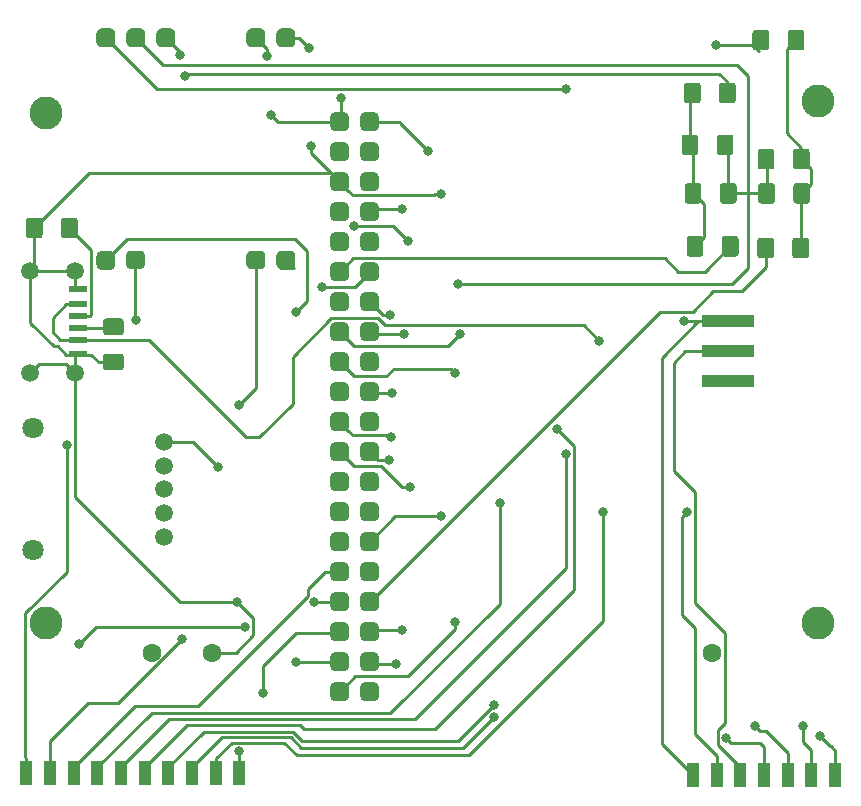
<source format=gbr>
G04 #@! TF.GenerationSoftware,KiCad,Pcbnew,5.1.9+dfsg1-1*
G04 #@! TF.CreationDate,2021-10-13T15:34:26+01:00*
G04 #@! TF.ProjectId,gbc_retrozero_screen_rev_b,6762635f-7265-4747-926f-7a65726f5f73,rev?*
G04 #@! TF.SameCoordinates,Original*
G04 #@! TF.FileFunction,Copper,L2,Bot*
G04 #@! TF.FilePolarity,Positive*
%FSLAX46Y46*%
G04 Gerber Fmt 4.6, Leading zero omitted, Abs format (unit mm)*
G04 Created by KiCad (PCBNEW 5.1.9+dfsg1-1) date 2021-10-13 15:34:26*
%MOMM*%
%LPD*%
G01*
G04 APERTURE LIST*
G04 #@! TA.AperFunction,ComponentPad*
%ADD10C,2.800000*%
G04 #@! TD*
G04 #@! TA.AperFunction,SMDPad,CuDef*
%ADD11R,4.500000X1.000000*%
G04 #@! TD*
G04 #@! TA.AperFunction,ComponentPad*
%ADD12C,1.500000*%
G04 #@! TD*
G04 #@! TA.AperFunction,ComponentPad*
%ADD13C,1.800000*%
G04 #@! TD*
G04 #@! TA.AperFunction,SMDPad,CuDef*
%ADD14R,1.500000X0.500000*%
G04 #@! TD*
G04 #@! TA.AperFunction,SMDPad,CuDef*
%ADD15R,1.500000X0.600000*%
G04 #@! TD*
G04 #@! TA.AperFunction,SMDPad,CuDef*
%ADD16R,1.000000X2.000000*%
G04 #@! TD*
G04 #@! TA.AperFunction,ComponentPad*
%ADD17C,1.600000*%
G04 #@! TD*
G04 #@! TA.AperFunction,ViaPad*
%ADD18C,0.800000*%
G04 #@! TD*
G04 #@! TA.AperFunction,Conductor*
%ADD19C,0.250000*%
G04 #@! TD*
G04 APERTURE END LIST*
G04 #@! TA.AperFunction,SMDPad,CuDef*
G36*
G01*
X57820000Y-56250000D02*
X57820000Y-55450000D01*
G75*
G02*
X58220000Y-55050000I400000J0D01*
G01*
X59020000Y-55050000D01*
G75*
G02*
X59420000Y-55450000I0J-400000D01*
G01*
X59420000Y-56250000D01*
G75*
G02*
X59020000Y-56650000I-400000J0D01*
G01*
X58220000Y-56650000D01*
G75*
G02*
X57820000Y-56250000I0J400000D01*
G01*
G37*
G04 #@! TD.AperFunction*
G04 #@! TA.AperFunction,SMDPad,CuDef*
G36*
G01*
X60360000Y-56250000D02*
X60360000Y-55450000D01*
G75*
G02*
X60760000Y-55050000I400000J0D01*
G01*
X61560000Y-55050000D01*
G75*
G02*
X61960000Y-55450000I0J-400000D01*
G01*
X61960000Y-56250000D01*
G75*
G02*
X61560000Y-56650000I-400000J0D01*
G01*
X60760000Y-56650000D01*
G75*
G02*
X60360000Y-56250000I0J400000D01*
G01*
G37*
G04 #@! TD.AperFunction*
G04 #@! TA.AperFunction,SMDPad,CuDef*
G36*
G01*
X62900000Y-56250000D02*
X62900000Y-55450000D01*
G75*
G02*
X63300000Y-55050000I400000J0D01*
G01*
X64100000Y-55050000D01*
G75*
G02*
X64500000Y-55450000I0J-400000D01*
G01*
X64500000Y-56250000D01*
G75*
G02*
X64100000Y-56650000I-400000J0D01*
G01*
X63300000Y-56650000D01*
G75*
G02*
X62900000Y-56250000I0J400000D01*
G01*
G37*
G04 #@! TD.AperFunction*
G04 #@! TA.AperFunction,SMDPad,CuDef*
G36*
G01*
X70520000Y-56250000D02*
X70520000Y-55450000D01*
G75*
G02*
X70920000Y-55050000I400000J0D01*
G01*
X71720000Y-55050000D01*
G75*
G02*
X72120000Y-55450000I0J-400000D01*
G01*
X72120000Y-56250000D01*
G75*
G02*
X71720000Y-56650000I-400000J0D01*
G01*
X70920000Y-56650000D01*
G75*
G02*
X70520000Y-56250000I0J400000D01*
G01*
G37*
G04 #@! TD.AperFunction*
G04 #@! TA.AperFunction,SMDPad,CuDef*
G36*
G01*
X73060000Y-56250000D02*
X73060000Y-55450000D01*
G75*
G02*
X73460000Y-55050000I400000J0D01*
G01*
X74260000Y-55050000D01*
G75*
G02*
X74660000Y-55450000I0J-400000D01*
G01*
X74660000Y-56250000D01*
G75*
G02*
X74260000Y-56650000I-400000J0D01*
G01*
X73460000Y-56650000D01*
G75*
G02*
X73060000Y-56250000I0J400000D01*
G01*
G37*
G04 #@! TD.AperFunction*
G04 #@! TA.AperFunction,SMDPad,CuDef*
G36*
G01*
X57820000Y-75096800D02*
X57820000Y-74296800D01*
G75*
G02*
X58220000Y-73896800I400000J0D01*
G01*
X59020000Y-73896800D01*
G75*
G02*
X59420000Y-74296800I0J-400000D01*
G01*
X59420000Y-75096800D01*
G75*
G02*
X59020000Y-75496800I-400000J0D01*
G01*
X58220000Y-75496800D01*
G75*
G02*
X57820000Y-75096800I0J400000D01*
G01*
G37*
G04 #@! TD.AperFunction*
G04 #@! TA.AperFunction,SMDPad,CuDef*
G36*
G01*
X60321900Y-75058700D02*
X60321900Y-74258700D01*
G75*
G02*
X60721900Y-73858700I400000J0D01*
G01*
X61521900Y-73858700D01*
G75*
G02*
X61921900Y-74258700I0J-400000D01*
G01*
X61921900Y-75058700D01*
G75*
G02*
X61521900Y-75458700I-400000J0D01*
G01*
X60721900Y-75458700D01*
G75*
G02*
X60321900Y-75058700I0J400000D01*
G01*
G37*
G04 #@! TD.AperFunction*
G04 #@! TA.AperFunction,SMDPad,CuDef*
G36*
G01*
X70520000Y-75058700D02*
X70520000Y-74258700D01*
G75*
G02*
X70920000Y-73858700I400000J0D01*
G01*
X71720000Y-73858700D01*
G75*
G02*
X72120000Y-74258700I0J-400000D01*
G01*
X72120000Y-75058700D01*
G75*
G02*
X71720000Y-75458700I-400000J0D01*
G01*
X70920000Y-75458700D01*
G75*
G02*
X70520000Y-75058700I0J400000D01*
G01*
G37*
G04 #@! TD.AperFunction*
G04 #@! TA.AperFunction,SMDPad,CuDef*
G36*
G01*
X73060000Y-75058700D02*
X73060000Y-74258700D01*
G75*
G02*
X73460000Y-73858700I400000J0D01*
G01*
X74260000Y-73858700D01*
G75*
G02*
X74660000Y-74258700I0J-400000D01*
G01*
X74660000Y-75058700D01*
G75*
G02*
X74260000Y-75458700I-400000J0D01*
G01*
X73460000Y-75458700D01*
G75*
G02*
X73060000Y-75058700I0J400000D01*
G01*
G37*
G04 #@! TD.AperFunction*
G04 #@! TA.AperFunction,SMDPad,CuDef*
G36*
G01*
X80540000Y-62150000D02*
X81340000Y-62150000D01*
G75*
G02*
X81740000Y-62550000I0J-400000D01*
G01*
X81740000Y-63350000D01*
G75*
G02*
X81340000Y-63750000I-400000J0D01*
G01*
X80540000Y-63750000D01*
G75*
G02*
X80140000Y-63350000I0J400000D01*
G01*
X80140000Y-62550000D01*
G75*
G02*
X80540000Y-62150000I400000J0D01*
G01*
G37*
G04 #@! TD.AperFunction*
G04 #@! TA.AperFunction,SMDPad,CuDef*
G36*
G01*
X78000000Y-62150000D02*
X78800000Y-62150000D01*
G75*
G02*
X79200000Y-62550000I0J-400000D01*
G01*
X79200000Y-63350000D01*
G75*
G02*
X78800000Y-63750000I-400000J0D01*
G01*
X78000000Y-63750000D01*
G75*
G02*
X77600000Y-63350000I0J400000D01*
G01*
X77600000Y-62550000D01*
G75*
G02*
X78000000Y-62150000I400000J0D01*
G01*
G37*
G04 #@! TD.AperFunction*
G04 #@! TA.AperFunction,SMDPad,CuDef*
G36*
G01*
X80540000Y-64690000D02*
X81340000Y-64690000D01*
G75*
G02*
X81740000Y-65090000I0J-400000D01*
G01*
X81740000Y-65890000D01*
G75*
G02*
X81340000Y-66290000I-400000J0D01*
G01*
X80540000Y-66290000D01*
G75*
G02*
X80140000Y-65890000I0J400000D01*
G01*
X80140000Y-65090000D01*
G75*
G02*
X80540000Y-64690000I400000J0D01*
G01*
G37*
G04 #@! TD.AperFunction*
G04 #@! TA.AperFunction,SMDPad,CuDef*
G36*
G01*
X78000000Y-64690000D02*
X78800000Y-64690000D01*
G75*
G02*
X79200000Y-65090000I0J-400000D01*
G01*
X79200000Y-65890000D01*
G75*
G02*
X78800000Y-66290000I-400000J0D01*
G01*
X78000000Y-66290000D01*
G75*
G02*
X77600000Y-65890000I0J400000D01*
G01*
X77600000Y-65090000D01*
G75*
G02*
X78000000Y-64690000I400000J0D01*
G01*
G37*
G04 #@! TD.AperFunction*
G04 #@! TA.AperFunction,SMDPad,CuDef*
G36*
G01*
X80540000Y-67230000D02*
X81340000Y-67230000D01*
G75*
G02*
X81740000Y-67630000I0J-400000D01*
G01*
X81740000Y-68430000D01*
G75*
G02*
X81340000Y-68830000I-400000J0D01*
G01*
X80540000Y-68830000D01*
G75*
G02*
X80140000Y-68430000I0J400000D01*
G01*
X80140000Y-67630000D01*
G75*
G02*
X80540000Y-67230000I400000J0D01*
G01*
G37*
G04 #@! TD.AperFunction*
G04 #@! TA.AperFunction,SMDPad,CuDef*
G36*
G01*
X78000000Y-67230000D02*
X78800000Y-67230000D01*
G75*
G02*
X79200000Y-67630000I0J-400000D01*
G01*
X79200000Y-68430000D01*
G75*
G02*
X78800000Y-68830000I-400000J0D01*
G01*
X78000000Y-68830000D01*
G75*
G02*
X77600000Y-68430000I0J400000D01*
G01*
X77600000Y-67630000D01*
G75*
G02*
X78000000Y-67230000I400000J0D01*
G01*
G37*
G04 #@! TD.AperFunction*
G04 #@! TA.AperFunction,SMDPad,CuDef*
G36*
G01*
X80540000Y-69770000D02*
X81340000Y-69770000D01*
G75*
G02*
X81740000Y-70170000I0J-400000D01*
G01*
X81740000Y-70970000D01*
G75*
G02*
X81340000Y-71370000I-400000J0D01*
G01*
X80540000Y-71370000D01*
G75*
G02*
X80140000Y-70970000I0J400000D01*
G01*
X80140000Y-70170000D01*
G75*
G02*
X80540000Y-69770000I400000J0D01*
G01*
G37*
G04 #@! TD.AperFunction*
G04 #@! TA.AperFunction,SMDPad,CuDef*
G36*
G01*
X78000000Y-69770000D02*
X78800000Y-69770000D01*
G75*
G02*
X79200000Y-70170000I0J-400000D01*
G01*
X79200000Y-70970000D01*
G75*
G02*
X78800000Y-71370000I-400000J0D01*
G01*
X78000000Y-71370000D01*
G75*
G02*
X77600000Y-70970000I0J400000D01*
G01*
X77600000Y-70170000D01*
G75*
G02*
X78000000Y-69770000I400000J0D01*
G01*
G37*
G04 #@! TD.AperFunction*
G04 #@! TA.AperFunction,SMDPad,CuDef*
G36*
G01*
X80540000Y-72310000D02*
X81340000Y-72310000D01*
G75*
G02*
X81740000Y-72710000I0J-400000D01*
G01*
X81740000Y-73510000D01*
G75*
G02*
X81340000Y-73910000I-400000J0D01*
G01*
X80540000Y-73910000D01*
G75*
G02*
X80140000Y-73510000I0J400000D01*
G01*
X80140000Y-72710000D01*
G75*
G02*
X80540000Y-72310000I400000J0D01*
G01*
G37*
G04 #@! TD.AperFunction*
G04 #@! TA.AperFunction,SMDPad,CuDef*
G36*
G01*
X78000000Y-72310000D02*
X78800000Y-72310000D01*
G75*
G02*
X79200000Y-72710000I0J-400000D01*
G01*
X79200000Y-73510000D01*
G75*
G02*
X78800000Y-73910000I-400000J0D01*
G01*
X78000000Y-73910000D01*
G75*
G02*
X77600000Y-73510000I0J400000D01*
G01*
X77600000Y-72710000D01*
G75*
G02*
X78000000Y-72310000I400000J0D01*
G01*
G37*
G04 #@! TD.AperFunction*
G04 #@! TA.AperFunction,SMDPad,CuDef*
G36*
G01*
X80540000Y-74850000D02*
X81340000Y-74850000D01*
G75*
G02*
X81740000Y-75250000I0J-400000D01*
G01*
X81740000Y-76050000D01*
G75*
G02*
X81340000Y-76450000I-400000J0D01*
G01*
X80540000Y-76450000D01*
G75*
G02*
X80140000Y-76050000I0J400000D01*
G01*
X80140000Y-75250000D01*
G75*
G02*
X80540000Y-74850000I400000J0D01*
G01*
G37*
G04 #@! TD.AperFunction*
G04 #@! TA.AperFunction,SMDPad,CuDef*
G36*
G01*
X78000000Y-74850000D02*
X78800000Y-74850000D01*
G75*
G02*
X79200000Y-75250000I0J-400000D01*
G01*
X79200000Y-76050000D01*
G75*
G02*
X78800000Y-76450000I-400000J0D01*
G01*
X78000000Y-76450000D01*
G75*
G02*
X77600000Y-76050000I0J400000D01*
G01*
X77600000Y-75250000D01*
G75*
G02*
X78000000Y-74850000I400000J0D01*
G01*
G37*
G04 #@! TD.AperFunction*
G04 #@! TA.AperFunction,SMDPad,CuDef*
G36*
G01*
X80540000Y-77390000D02*
X81340000Y-77390000D01*
G75*
G02*
X81740000Y-77790000I0J-400000D01*
G01*
X81740000Y-78590000D01*
G75*
G02*
X81340000Y-78990000I-400000J0D01*
G01*
X80540000Y-78990000D01*
G75*
G02*
X80140000Y-78590000I0J400000D01*
G01*
X80140000Y-77790000D01*
G75*
G02*
X80540000Y-77390000I400000J0D01*
G01*
G37*
G04 #@! TD.AperFunction*
G04 #@! TA.AperFunction,SMDPad,CuDef*
G36*
G01*
X78000000Y-77390000D02*
X78800000Y-77390000D01*
G75*
G02*
X79200000Y-77790000I0J-400000D01*
G01*
X79200000Y-78590000D01*
G75*
G02*
X78800000Y-78990000I-400000J0D01*
G01*
X78000000Y-78990000D01*
G75*
G02*
X77600000Y-78590000I0J400000D01*
G01*
X77600000Y-77790000D01*
G75*
G02*
X78000000Y-77390000I400000J0D01*
G01*
G37*
G04 #@! TD.AperFunction*
G04 #@! TA.AperFunction,SMDPad,CuDef*
G36*
G01*
X80540000Y-79930000D02*
X81340000Y-79930000D01*
G75*
G02*
X81740000Y-80330000I0J-400000D01*
G01*
X81740000Y-81130000D01*
G75*
G02*
X81340000Y-81530000I-400000J0D01*
G01*
X80540000Y-81530000D01*
G75*
G02*
X80140000Y-81130000I0J400000D01*
G01*
X80140000Y-80330000D01*
G75*
G02*
X80540000Y-79930000I400000J0D01*
G01*
G37*
G04 #@! TD.AperFunction*
G04 #@! TA.AperFunction,SMDPad,CuDef*
G36*
G01*
X78000000Y-79930000D02*
X78800000Y-79930000D01*
G75*
G02*
X79200000Y-80330000I0J-400000D01*
G01*
X79200000Y-81130000D01*
G75*
G02*
X78800000Y-81530000I-400000J0D01*
G01*
X78000000Y-81530000D01*
G75*
G02*
X77600000Y-81130000I0J400000D01*
G01*
X77600000Y-80330000D01*
G75*
G02*
X78000000Y-79930000I400000J0D01*
G01*
G37*
G04 #@! TD.AperFunction*
G04 #@! TA.AperFunction,SMDPad,CuDef*
G36*
G01*
X80540000Y-82470000D02*
X81340000Y-82470000D01*
G75*
G02*
X81740000Y-82870000I0J-400000D01*
G01*
X81740000Y-83670000D01*
G75*
G02*
X81340000Y-84070000I-400000J0D01*
G01*
X80540000Y-84070000D01*
G75*
G02*
X80140000Y-83670000I0J400000D01*
G01*
X80140000Y-82870000D01*
G75*
G02*
X80540000Y-82470000I400000J0D01*
G01*
G37*
G04 #@! TD.AperFunction*
G04 #@! TA.AperFunction,SMDPad,CuDef*
G36*
G01*
X78000000Y-82470000D02*
X78800000Y-82470000D01*
G75*
G02*
X79200000Y-82870000I0J-400000D01*
G01*
X79200000Y-83670000D01*
G75*
G02*
X78800000Y-84070000I-400000J0D01*
G01*
X78000000Y-84070000D01*
G75*
G02*
X77600000Y-83670000I0J400000D01*
G01*
X77600000Y-82870000D01*
G75*
G02*
X78000000Y-82470000I400000J0D01*
G01*
G37*
G04 #@! TD.AperFunction*
G04 #@! TA.AperFunction,SMDPad,CuDef*
G36*
G01*
X80540000Y-85010000D02*
X81340000Y-85010000D01*
G75*
G02*
X81740000Y-85410000I0J-400000D01*
G01*
X81740000Y-86210000D01*
G75*
G02*
X81340000Y-86610000I-400000J0D01*
G01*
X80540000Y-86610000D01*
G75*
G02*
X80140000Y-86210000I0J400000D01*
G01*
X80140000Y-85410000D01*
G75*
G02*
X80540000Y-85010000I400000J0D01*
G01*
G37*
G04 #@! TD.AperFunction*
G04 #@! TA.AperFunction,SMDPad,CuDef*
G36*
G01*
X78000000Y-85010000D02*
X78800000Y-85010000D01*
G75*
G02*
X79200000Y-85410000I0J-400000D01*
G01*
X79200000Y-86210000D01*
G75*
G02*
X78800000Y-86610000I-400000J0D01*
G01*
X78000000Y-86610000D01*
G75*
G02*
X77600000Y-86210000I0J400000D01*
G01*
X77600000Y-85410000D01*
G75*
G02*
X78000000Y-85010000I400000J0D01*
G01*
G37*
G04 #@! TD.AperFunction*
G04 #@! TA.AperFunction,SMDPad,CuDef*
G36*
G01*
X80540000Y-87550000D02*
X81340000Y-87550000D01*
G75*
G02*
X81740000Y-87950000I0J-400000D01*
G01*
X81740000Y-88750000D01*
G75*
G02*
X81340000Y-89150000I-400000J0D01*
G01*
X80540000Y-89150000D01*
G75*
G02*
X80140000Y-88750000I0J400000D01*
G01*
X80140000Y-87950000D01*
G75*
G02*
X80540000Y-87550000I400000J0D01*
G01*
G37*
G04 #@! TD.AperFunction*
G04 #@! TA.AperFunction,SMDPad,CuDef*
G36*
G01*
X78000000Y-87550000D02*
X78800000Y-87550000D01*
G75*
G02*
X79200000Y-87950000I0J-400000D01*
G01*
X79200000Y-88750000D01*
G75*
G02*
X78800000Y-89150000I-400000J0D01*
G01*
X78000000Y-89150000D01*
G75*
G02*
X77600000Y-88750000I0J400000D01*
G01*
X77600000Y-87950000D01*
G75*
G02*
X78000000Y-87550000I400000J0D01*
G01*
G37*
G04 #@! TD.AperFunction*
G04 #@! TA.AperFunction,SMDPad,CuDef*
G36*
G01*
X80540000Y-90090000D02*
X81340000Y-90090000D01*
G75*
G02*
X81740000Y-90490000I0J-400000D01*
G01*
X81740000Y-91290000D01*
G75*
G02*
X81340000Y-91690000I-400000J0D01*
G01*
X80540000Y-91690000D01*
G75*
G02*
X80140000Y-91290000I0J400000D01*
G01*
X80140000Y-90490000D01*
G75*
G02*
X80540000Y-90090000I400000J0D01*
G01*
G37*
G04 #@! TD.AperFunction*
G04 #@! TA.AperFunction,SMDPad,CuDef*
G36*
G01*
X78000000Y-90090000D02*
X78800000Y-90090000D01*
G75*
G02*
X79200000Y-90490000I0J-400000D01*
G01*
X79200000Y-91290000D01*
G75*
G02*
X78800000Y-91690000I-400000J0D01*
G01*
X78000000Y-91690000D01*
G75*
G02*
X77600000Y-91290000I0J400000D01*
G01*
X77600000Y-90490000D01*
G75*
G02*
X78000000Y-90090000I400000J0D01*
G01*
G37*
G04 #@! TD.AperFunction*
G04 #@! TA.AperFunction,SMDPad,CuDef*
G36*
G01*
X80540000Y-92630000D02*
X81340000Y-92630000D01*
G75*
G02*
X81740000Y-93030000I0J-400000D01*
G01*
X81740000Y-93830000D01*
G75*
G02*
X81340000Y-94230000I-400000J0D01*
G01*
X80540000Y-94230000D01*
G75*
G02*
X80140000Y-93830000I0J400000D01*
G01*
X80140000Y-93030000D01*
G75*
G02*
X80540000Y-92630000I400000J0D01*
G01*
G37*
G04 #@! TD.AperFunction*
G04 #@! TA.AperFunction,SMDPad,CuDef*
G36*
G01*
X78000000Y-92630000D02*
X78800000Y-92630000D01*
G75*
G02*
X79200000Y-93030000I0J-400000D01*
G01*
X79200000Y-93830000D01*
G75*
G02*
X78800000Y-94230000I-400000J0D01*
G01*
X78000000Y-94230000D01*
G75*
G02*
X77600000Y-93830000I0J400000D01*
G01*
X77600000Y-93030000D01*
G75*
G02*
X78000000Y-92630000I400000J0D01*
G01*
G37*
G04 #@! TD.AperFunction*
G04 #@! TA.AperFunction,SMDPad,CuDef*
G36*
G01*
X80540000Y-95170000D02*
X81340000Y-95170000D01*
G75*
G02*
X81740000Y-95570000I0J-400000D01*
G01*
X81740000Y-96370000D01*
G75*
G02*
X81340000Y-96770000I-400000J0D01*
G01*
X80540000Y-96770000D01*
G75*
G02*
X80140000Y-96370000I0J400000D01*
G01*
X80140000Y-95570000D01*
G75*
G02*
X80540000Y-95170000I400000J0D01*
G01*
G37*
G04 #@! TD.AperFunction*
G04 #@! TA.AperFunction,SMDPad,CuDef*
G36*
G01*
X78000000Y-95170000D02*
X78800000Y-95170000D01*
G75*
G02*
X79200000Y-95570000I0J-400000D01*
G01*
X79200000Y-96370000D01*
G75*
G02*
X78800000Y-96770000I-400000J0D01*
G01*
X78000000Y-96770000D01*
G75*
G02*
X77600000Y-96370000I0J400000D01*
G01*
X77600000Y-95570000D01*
G75*
G02*
X78000000Y-95170000I400000J0D01*
G01*
G37*
G04 #@! TD.AperFunction*
G04 #@! TA.AperFunction,SMDPad,CuDef*
G36*
G01*
X80540000Y-97710000D02*
X81340000Y-97710000D01*
G75*
G02*
X81740000Y-98110000I0J-400000D01*
G01*
X81740000Y-98910000D01*
G75*
G02*
X81340000Y-99310000I-400000J0D01*
G01*
X80540000Y-99310000D01*
G75*
G02*
X80140000Y-98910000I0J400000D01*
G01*
X80140000Y-98110000D01*
G75*
G02*
X80540000Y-97710000I400000J0D01*
G01*
G37*
G04 #@! TD.AperFunction*
G04 #@! TA.AperFunction,SMDPad,CuDef*
G36*
G01*
X78000000Y-97710000D02*
X78800000Y-97710000D01*
G75*
G02*
X79200000Y-98110000I0J-400000D01*
G01*
X79200000Y-98910000D01*
G75*
G02*
X78800000Y-99310000I-400000J0D01*
G01*
X78000000Y-99310000D01*
G75*
G02*
X77600000Y-98910000I0J400000D01*
G01*
X77600000Y-98110000D01*
G75*
G02*
X78000000Y-97710000I400000J0D01*
G01*
G37*
G04 #@! TD.AperFunction*
G04 #@! TA.AperFunction,SMDPad,CuDef*
G36*
G01*
X80540000Y-100250000D02*
X81340000Y-100250000D01*
G75*
G02*
X81740000Y-100650000I0J-400000D01*
G01*
X81740000Y-101450000D01*
G75*
G02*
X81340000Y-101850000I-400000J0D01*
G01*
X80540000Y-101850000D01*
G75*
G02*
X80140000Y-101450000I0J400000D01*
G01*
X80140000Y-100650000D01*
G75*
G02*
X80540000Y-100250000I400000J0D01*
G01*
G37*
G04 #@! TD.AperFunction*
G04 #@! TA.AperFunction,SMDPad,CuDef*
G36*
G01*
X78000000Y-100250000D02*
X78800000Y-100250000D01*
G75*
G02*
X79200000Y-100650000I0J-400000D01*
G01*
X79200000Y-101450000D01*
G75*
G02*
X78800000Y-101850000I-400000J0D01*
G01*
X78000000Y-101850000D01*
G75*
G02*
X77600000Y-101450000I0J400000D01*
G01*
X77600000Y-100650000D01*
G75*
G02*
X78000000Y-100250000I400000J0D01*
G01*
G37*
G04 #@! TD.AperFunction*
G04 #@! TA.AperFunction,SMDPad,CuDef*
G36*
G01*
X80540000Y-102790000D02*
X81340000Y-102790000D01*
G75*
G02*
X81740000Y-103190000I0J-400000D01*
G01*
X81740000Y-103990000D01*
G75*
G02*
X81340000Y-104390000I-400000J0D01*
G01*
X80540000Y-104390000D01*
G75*
G02*
X80140000Y-103990000I0J400000D01*
G01*
X80140000Y-103190000D01*
G75*
G02*
X80540000Y-102790000I400000J0D01*
G01*
G37*
G04 #@! TD.AperFunction*
G04 #@! TA.AperFunction,SMDPad,CuDef*
G36*
G01*
X78000000Y-102790000D02*
X78800000Y-102790000D01*
G75*
G02*
X79200000Y-103190000I0J-400000D01*
G01*
X79200000Y-103990000D01*
G75*
G02*
X78800000Y-104390000I-400000J0D01*
G01*
X78000000Y-104390000D01*
G75*
G02*
X77600000Y-103990000I0J400000D01*
G01*
X77600000Y-103190000D01*
G75*
G02*
X78000000Y-102790000I400000J0D01*
G01*
G37*
G04 #@! TD.AperFunction*
G04 #@! TA.AperFunction,SMDPad,CuDef*
G36*
G01*
X80540000Y-105330000D02*
X81340000Y-105330000D01*
G75*
G02*
X81740000Y-105730000I0J-400000D01*
G01*
X81740000Y-106530000D01*
G75*
G02*
X81340000Y-106930000I-400000J0D01*
G01*
X80540000Y-106930000D01*
G75*
G02*
X80140000Y-106530000I0J400000D01*
G01*
X80140000Y-105730000D01*
G75*
G02*
X80540000Y-105330000I400000J0D01*
G01*
G37*
G04 #@! TD.AperFunction*
G04 #@! TA.AperFunction,SMDPad,CuDef*
G36*
G01*
X78000000Y-105330000D02*
X78800000Y-105330000D01*
G75*
G02*
X79200000Y-105730000I0J-400000D01*
G01*
X79200000Y-106530000D01*
G75*
G02*
X78800000Y-106930000I-400000J0D01*
G01*
X78000000Y-106930000D01*
G75*
G02*
X77600000Y-106530000I0J400000D01*
G01*
X77600000Y-105730000D01*
G75*
G02*
X78000000Y-105330000I400000J0D01*
G01*
G37*
G04 #@! TD.AperFunction*
G04 #@! TA.AperFunction,SMDPad,CuDef*
G36*
G01*
X80540000Y-107870000D02*
X81340000Y-107870000D01*
G75*
G02*
X81740000Y-108270000I0J-400000D01*
G01*
X81740000Y-109070000D01*
G75*
G02*
X81340000Y-109470000I-400000J0D01*
G01*
X80540000Y-109470000D01*
G75*
G02*
X80140000Y-109070000I0J400000D01*
G01*
X80140000Y-108270000D01*
G75*
G02*
X80540000Y-107870000I400000J0D01*
G01*
G37*
G04 #@! TD.AperFunction*
G04 #@! TA.AperFunction,SMDPad,CuDef*
G36*
G01*
X78000000Y-107870000D02*
X78800000Y-107870000D01*
G75*
G02*
X79200000Y-108270000I0J-400000D01*
G01*
X79200000Y-109070000D01*
G75*
G02*
X78800000Y-109470000I-400000J0D01*
G01*
X78000000Y-109470000D01*
G75*
G02*
X77600000Y-109070000I0J400000D01*
G01*
X77600000Y-108270000D01*
G75*
G02*
X78000000Y-107870000I400000J0D01*
G01*
G37*
G04 #@! TD.AperFunction*
G04 #@! TA.AperFunction,SMDPad,CuDef*
G36*
G01*
X80540000Y-110410000D02*
X81340000Y-110410000D01*
G75*
G02*
X81740000Y-110810000I0J-400000D01*
G01*
X81740000Y-111610000D01*
G75*
G02*
X81340000Y-112010000I-400000J0D01*
G01*
X80540000Y-112010000D01*
G75*
G02*
X80140000Y-111610000I0J400000D01*
G01*
X80140000Y-110810000D01*
G75*
G02*
X80540000Y-110410000I400000J0D01*
G01*
G37*
G04 #@! TD.AperFunction*
G04 #@! TA.AperFunction,SMDPad,CuDef*
G36*
G01*
X78000000Y-110410000D02*
X78800000Y-110410000D01*
G75*
G02*
X79200000Y-110810000I0J-400000D01*
G01*
X79200000Y-111610000D01*
G75*
G02*
X78800000Y-112010000I-400000J0D01*
G01*
X78000000Y-112010000D01*
G75*
G02*
X77600000Y-111610000I0J400000D01*
G01*
X77600000Y-110810000D01*
G75*
G02*
X78000000Y-110410000I400000J0D01*
G01*
G37*
G04 #@! TD.AperFunction*
G04 #@! TA.AperFunction,SMDPad,CuDef*
G36*
G01*
X51827500Y-72575000D02*
X51827500Y-71325000D01*
G75*
G02*
X52077500Y-71075000I250000J0D01*
G01*
X53002500Y-71075000D01*
G75*
G02*
X53252500Y-71325000I0J-250000D01*
G01*
X53252500Y-72575000D01*
G75*
G02*
X53002500Y-72825000I-250000J0D01*
G01*
X52077500Y-72825000D01*
G75*
G02*
X51827500Y-72575000I0J250000D01*
G01*
G37*
G04 #@! TD.AperFunction*
G04 #@! TA.AperFunction,SMDPad,CuDef*
G36*
G01*
X54802500Y-72575000D02*
X54802500Y-71325000D01*
G75*
G02*
X55052500Y-71075000I250000J0D01*
G01*
X55977500Y-71075000D01*
G75*
G02*
X56227500Y-71325000I0J-250000D01*
G01*
X56227500Y-72575000D01*
G75*
G02*
X55977500Y-72825000I-250000J0D01*
G01*
X55052500Y-72825000D01*
G75*
G02*
X54802500Y-72575000I0J250000D01*
G01*
G37*
G04 #@! TD.AperFunction*
D10*
X53526280Y-105401680D03*
X118918580Y-61203140D03*
X53513580Y-62219140D03*
X118918580Y-105399140D03*
D11*
X111280800Y-82389280D03*
X111280800Y-79849280D03*
X111280800Y-84929280D03*
D12*
X63569440Y-90070240D03*
X63569440Y-92076840D03*
X63569440Y-94083440D03*
X63569440Y-96090040D03*
X63569440Y-98096640D03*
D13*
X52444240Y-99252340D03*
X52456940Y-88914540D03*
G04 #@! TA.AperFunction,SMDPad,CuDef*
G36*
G01*
X59875000Y-81037500D02*
X58625000Y-81037500D01*
G75*
G02*
X58375000Y-80787500I0J250000D01*
G01*
X58375000Y-79862500D01*
G75*
G02*
X58625000Y-79612500I250000J0D01*
G01*
X59875000Y-79612500D01*
G75*
G02*
X60125000Y-79862500I0J-250000D01*
G01*
X60125000Y-80787500D01*
G75*
G02*
X59875000Y-81037500I-250000J0D01*
G01*
G37*
G04 #@! TD.AperFunction*
G04 #@! TA.AperFunction,SMDPad,CuDef*
G36*
G01*
X59875000Y-84012500D02*
X58625000Y-84012500D01*
G75*
G02*
X58375000Y-83762500I0J250000D01*
G01*
X58375000Y-82837500D01*
G75*
G02*
X58625000Y-82587500I250000J0D01*
G01*
X59875000Y-82587500D01*
G75*
G02*
X60125000Y-82837500I0J-250000D01*
G01*
X60125000Y-83762500D01*
G75*
G02*
X59875000Y-84012500I-250000J0D01*
G01*
G37*
G04 #@! TD.AperFunction*
G04 #@! TA.AperFunction,SMDPad,CuDef*
G36*
G01*
X115267500Y-68395000D02*
X115267500Y-69645000D01*
G75*
G02*
X115017500Y-69895000I-250000J0D01*
G01*
X114092500Y-69895000D01*
G75*
G02*
X113842500Y-69645000I0J250000D01*
G01*
X113842500Y-68395000D01*
G75*
G02*
X114092500Y-68145000I250000J0D01*
G01*
X115017500Y-68145000D01*
G75*
G02*
X115267500Y-68395000I0J-250000D01*
G01*
G37*
G04 #@! TD.AperFunction*
G04 #@! TA.AperFunction,SMDPad,CuDef*
G36*
G01*
X118242500Y-68395000D02*
X118242500Y-69645000D01*
G75*
G02*
X117992500Y-69895000I-250000J0D01*
G01*
X117067500Y-69895000D01*
G75*
G02*
X116817500Y-69645000I0J250000D01*
G01*
X116817500Y-68395000D01*
G75*
G02*
X117067500Y-68145000I250000J0D01*
G01*
X117992500Y-68145000D01*
G75*
G02*
X118242500Y-68395000I0J-250000D01*
G01*
G37*
G04 #@! TD.AperFunction*
G04 #@! TA.AperFunction,SMDPad,CuDef*
G36*
G01*
X112017500Y-68395000D02*
X112017500Y-69645000D01*
G75*
G02*
X111767500Y-69895000I-250000J0D01*
G01*
X110842500Y-69895000D01*
G75*
G02*
X110592500Y-69645000I0J250000D01*
G01*
X110592500Y-68395000D01*
G75*
G02*
X110842500Y-68145000I250000J0D01*
G01*
X111767500Y-68145000D01*
G75*
G02*
X112017500Y-68395000I0J-250000D01*
G01*
G37*
G04 #@! TD.AperFunction*
G04 #@! TA.AperFunction,SMDPad,CuDef*
G36*
G01*
X109042500Y-68395000D02*
X109042500Y-69645000D01*
G75*
G02*
X108792500Y-69895000I-250000J0D01*
G01*
X107867500Y-69895000D01*
G75*
G02*
X107617500Y-69645000I0J250000D01*
G01*
X107617500Y-68395000D01*
G75*
G02*
X107867500Y-68145000I250000J0D01*
G01*
X108792500Y-68145000D01*
G75*
G02*
X109042500Y-68395000I0J-250000D01*
G01*
G37*
G04 #@! TD.AperFunction*
G04 #@! TA.AperFunction,SMDPad,CuDef*
G36*
G01*
X113357500Y-56665000D02*
X113357500Y-55415000D01*
G75*
G02*
X113607500Y-55165000I250000J0D01*
G01*
X114532500Y-55165000D01*
G75*
G02*
X114782500Y-55415000I0J-250000D01*
G01*
X114782500Y-56665000D01*
G75*
G02*
X114532500Y-56915000I-250000J0D01*
G01*
X113607500Y-56915000D01*
G75*
G02*
X113357500Y-56665000I0J250000D01*
G01*
G37*
G04 #@! TD.AperFunction*
G04 #@! TA.AperFunction,SMDPad,CuDef*
G36*
G01*
X116332500Y-56665000D02*
X116332500Y-55415000D01*
G75*
G02*
X116582500Y-55165000I250000J0D01*
G01*
X117507500Y-55165000D01*
G75*
G02*
X117757500Y-55415000I0J-250000D01*
G01*
X117757500Y-56665000D01*
G75*
G02*
X117507500Y-56915000I-250000J0D01*
G01*
X116582500Y-56915000D01*
G75*
G02*
X116332500Y-56665000I0J250000D01*
G01*
G37*
G04 #@! TD.AperFunction*
G04 #@! TA.AperFunction,SMDPad,CuDef*
G36*
G01*
X108972500Y-59895000D02*
X108972500Y-61145000D01*
G75*
G02*
X108722500Y-61395000I-250000J0D01*
G01*
X107797500Y-61395000D01*
G75*
G02*
X107547500Y-61145000I0J250000D01*
G01*
X107547500Y-59895000D01*
G75*
G02*
X107797500Y-59645000I250000J0D01*
G01*
X108722500Y-59645000D01*
G75*
G02*
X108972500Y-59895000I0J-250000D01*
G01*
G37*
G04 #@! TD.AperFunction*
G04 #@! TA.AperFunction,SMDPad,CuDef*
G36*
G01*
X111947500Y-59895000D02*
X111947500Y-61145000D01*
G75*
G02*
X111697500Y-61395000I-250000J0D01*
G01*
X110772500Y-61395000D01*
G75*
G02*
X110522500Y-61145000I0J250000D01*
G01*
X110522500Y-59895000D01*
G75*
G02*
X110772500Y-59645000I250000J0D01*
G01*
X111697500Y-59645000D01*
G75*
G02*
X111947500Y-59895000I0J-250000D01*
G01*
G37*
G04 #@! TD.AperFunction*
G04 #@! TA.AperFunction,SMDPad,CuDef*
G36*
G01*
X118162500Y-73025000D02*
X118162500Y-74275000D01*
G75*
G02*
X117912500Y-74525000I-250000J0D01*
G01*
X116987500Y-74525000D01*
G75*
G02*
X116737500Y-74275000I0J250000D01*
G01*
X116737500Y-73025000D01*
G75*
G02*
X116987500Y-72775000I250000J0D01*
G01*
X117912500Y-72775000D01*
G75*
G02*
X118162500Y-73025000I0J-250000D01*
G01*
G37*
G04 #@! TD.AperFunction*
G04 #@! TA.AperFunction,SMDPad,CuDef*
G36*
G01*
X115187500Y-73025000D02*
X115187500Y-74275000D01*
G75*
G02*
X114937500Y-74525000I-250000J0D01*
G01*
X114012500Y-74525000D01*
G75*
G02*
X113762500Y-74275000I0J250000D01*
G01*
X113762500Y-73025000D01*
G75*
G02*
X114012500Y-72775000I250000J0D01*
G01*
X114937500Y-72775000D01*
G75*
G02*
X115187500Y-73025000I0J-250000D01*
G01*
G37*
G04 #@! TD.AperFunction*
G04 #@! TA.AperFunction,SMDPad,CuDef*
G36*
G01*
X110752500Y-74125000D02*
X110752500Y-72875000D01*
G75*
G02*
X111002500Y-72625000I250000J0D01*
G01*
X111927500Y-72625000D01*
G75*
G02*
X112177500Y-72875000I0J-250000D01*
G01*
X112177500Y-74125000D01*
G75*
G02*
X111927500Y-74375000I-250000J0D01*
G01*
X111002500Y-74375000D01*
G75*
G02*
X110752500Y-74125000I0J250000D01*
G01*
G37*
G04 #@! TD.AperFunction*
G04 #@! TA.AperFunction,SMDPad,CuDef*
G36*
G01*
X107777500Y-74125000D02*
X107777500Y-72875000D01*
G75*
G02*
X108027500Y-72625000I250000J0D01*
G01*
X108952500Y-72625000D01*
G75*
G02*
X109202500Y-72875000I0J-250000D01*
G01*
X109202500Y-74125000D01*
G75*
G02*
X108952500Y-74375000I-250000J0D01*
G01*
X108027500Y-74375000D01*
G75*
G02*
X107777500Y-74125000I0J250000D01*
G01*
G37*
G04 #@! TD.AperFunction*
G04 #@! TA.AperFunction,SMDPad,CuDef*
G36*
G01*
X115217500Y-65485000D02*
X115217500Y-66735000D01*
G75*
G02*
X114967500Y-66985000I-250000J0D01*
G01*
X114042500Y-66985000D01*
G75*
G02*
X113792500Y-66735000I0J250000D01*
G01*
X113792500Y-65485000D01*
G75*
G02*
X114042500Y-65235000I250000J0D01*
G01*
X114967500Y-65235000D01*
G75*
G02*
X115217500Y-65485000I0J-250000D01*
G01*
G37*
G04 #@! TD.AperFunction*
G04 #@! TA.AperFunction,SMDPad,CuDef*
G36*
G01*
X118192500Y-65485000D02*
X118192500Y-66735000D01*
G75*
G02*
X117942500Y-66985000I-250000J0D01*
G01*
X117017500Y-66985000D01*
G75*
G02*
X116767500Y-66735000I0J250000D01*
G01*
X116767500Y-65485000D01*
G75*
G02*
X117017500Y-65235000I250000J0D01*
G01*
X117942500Y-65235000D01*
G75*
G02*
X118192500Y-65485000I0J-250000D01*
G01*
G37*
G04 #@! TD.AperFunction*
G04 #@! TA.AperFunction,SMDPad,CuDef*
G36*
G01*
X111752500Y-64295000D02*
X111752500Y-65545000D01*
G75*
G02*
X111502500Y-65795000I-250000J0D01*
G01*
X110577500Y-65795000D01*
G75*
G02*
X110327500Y-65545000I0J250000D01*
G01*
X110327500Y-64295000D01*
G75*
G02*
X110577500Y-64045000I250000J0D01*
G01*
X111502500Y-64045000D01*
G75*
G02*
X111752500Y-64295000I0J-250000D01*
G01*
G37*
G04 #@! TD.AperFunction*
G04 #@! TA.AperFunction,SMDPad,CuDef*
G36*
G01*
X108777500Y-64295000D02*
X108777500Y-65545000D01*
G75*
G02*
X108527500Y-65795000I-250000J0D01*
G01*
X107602500Y-65795000D01*
G75*
G02*
X107352500Y-65545000I0J250000D01*
G01*
X107352500Y-64295000D01*
G75*
G02*
X107602500Y-64045000I250000J0D01*
G01*
X108527500Y-64045000D01*
G75*
G02*
X108777500Y-64295000I0J-250000D01*
G01*
G37*
G04 #@! TD.AperFunction*
D14*
X56274000Y-79402000D03*
X56279080Y-80418000D03*
X56279080Y-81428920D03*
X56268920Y-78380920D03*
D15*
X56279080Y-82658280D03*
X56268920Y-77151560D03*
D12*
X56020000Y-84228000D03*
X56020000Y-75592000D03*
X52222700Y-75592000D03*
X52222700Y-84228000D03*
D16*
X57901840Y-118110000D03*
X59903360Y-118110000D03*
X61904880Y-118110000D03*
X63911480Y-118110000D03*
X65913000Y-118110000D03*
X55900320Y-118110000D03*
X67914520Y-118110000D03*
X69916040Y-118110000D03*
X53893720Y-118110000D03*
X51887120Y-118110000D03*
D17*
X109931200Y-107899200D03*
X62534800Y-107899200D03*
X67614800Y-107899200D03*
D16*
X112339120Y-118262400D03*
X114340640Y-118262400D03*
X116342160Y-118262400D03*
X118343680Y-118262400D03*
X120345200Y-118262400D03*
X110337600Y-118262400D03*
X108331000Y-118262400D03*
D18*
X85880000Y-65470000D03*
X72620000Y-62380000D03*
X78550000Y-60915000D03*
X72263000Y-57391300D03*
X107569000Y-79832200D03*
X97540000Y-91060000D03*
X83650000Y-70320000D03*
X76923900Y-76923900D03*
X65024000Y-106756200D03*
X82710000Y-79330000D03*
X55290480Y-90297000D03*
X79629000Y-71755000D03*
X84201000Y-73025000D03*
X83820000Y-80919999D03*
X96815000Y-89000000D03*
X88590000Y-80920000D03*
X91970000Y-95260000D03*
X88210000Y-84250000D03*
X82810000Y-85880000D03*
X82790000Y-89660000D03*
X82560000Y-91610000D03*
X84400000Y-93900000D03*
X100670000Y-95970000D03*
X86980000Y-96370000D03*
X91440000Y-112350000D03*
X83700000Y-105970000D03*
X71932800Y-111302800D03*
X91458115Y-113357190D03*
X83140000Y-108830000D03*
X56360000Y-107130000D03*
X70380000Y-105740000D03*
X74730000Y-108710000D03*
X69850000Y-116245010D03*
X88140000Y-105340000D03*
X113600000Y-114100000D03*
X74720000Y-79080000D03*
X117600000Y-114080000D03*
X68122800Y-92163900D03*
X76220000Y-103620000D03*
X69720000Y-103600000D03*
X75990000Y-65010000D03*
X119040000Y-114930000D03*
X88417400Y-76682600D03*
X87020400Y-69075300D03*
X75780900Y-56680100D03*
X97600000Y-60190000D03*
X110280000Y-56460000D03*
X61150500Y-79743300D03*
X69850000Y-86950000D03*
X111140000Y-115150000D03*
X100370000Y-81510000D03*
X107780000Y-96000000D03*
X65340000Y-59120000D03*
X64900000Y-57290000D03*
D19*
X83510000Y-62950000D02*
X80940000Y-62950000D01*
X83510000Y-63100000D02*
X85880000Y-65470000D01*
X83510000Y-62950000D02*
X83510000Y-63100000D01*
X73190000Y-62950000D02*
X72620000Y-62380000D01*
X78400000Y-62950000D02*
X73190000Y-62950000D01*
X78550000Y-62800000D02*
X78400000Y-62950000D01*
X78550000Y-60915000D02*
X78550000Y-62800000D01*
X72263000Y-56793000D02*
X71320000Y-55850000D01*
X72263000Y-57391300D02*
X72263000Y-56793000D01*
X107586080Y-79849280D02*
X107569000Y-79832200D01*
X111280800Y-79849280D02*
X107586080Y-79849280D01*
X108780800Y-79849280D02*
X111280800Y-79849280D01*
X105692121Y-82937959D02*
X108780800Y-79849280D01*
X105692121Y-115623521D02*
X105692121Y-82937959D01*
X108331000Y-118262400D02*
X105692121Y-115623521D01*
X81190000Y-70320000D02*
X80940000Y-70570000D01*
X83650000Y-70320000D02*
X81190000Y-70320000D01*
X97540000Y-100770000D02*
X97540000Y-91060000D01*
X59903360Y-118110000D02*
X59903360Y-117610000D01*
X59903360Y-117610000D02*
X63969360Y-113544000D01*
X84772000Y-113538000D02*
X97540000Y-100770000D01*
X63969360Y-113544000D02*
X82822410Y-113544000D01*
X82822410Y-113544000D02*
X82828410Y-113538000D01*
X82828410Y-113538000D02*
X84772000Y-113538000D01*
X80940000Y-75650000D02*
X79666100Y-76923900D01*
X79666100Y-76923900D02*
X76923900Y-76923900D01*
X65024000Y-106756200D02*
X59601100Y-112179100D01*
X59601100Y-112179100D02*
X57111900Y-112179100D01*
X53893720Y-115397280D02*
X53893720Y-118110000D01*
X57111900Y-112179100D02*
X53893720Y-115397280D01*
X79525010Y-74524990D02*
X105954990Y-74524990D01*
X78400000Y-75650000D02*
X79525010Y-74524990D01*
X105954990Y-74524990D02*
X107090000Y-75660000D01*
X109305000Y-75660000D02*
X111465000Y-73500000D01*
X107090000Y-75660000D02*
X109305000Y-75660000D01*
X82080000Y-79330000D02*
X80940000Y-78190000D01*
X82710000Y-79330000D02*
X82080000Y-79330000D01*
X55290480Y-101084478D02*
X55290480Y-90297000D01*
X51801279Y-104573679D02*
X55290480Y-101084478D01*
X51801279Y-116774159D02*
X51801279Y-104573679D01*
X51887120Y-118110000D02*
X51887120Y-116860000D01*
X51887120Y-116860000D02*
X51801279Y-116774159D01*
X79629000Y-71755000D02*
X82931000Y-71755000D01*
X82931000Y-71755000D02*
X84201000Y-73025000D01*
X81129999Y-80919999D02*
X80940000Y-80730000D01*
X83820000Y-80919999D02*
X81129999Y-80919999D01*
X88590000Y-80920000D02*
X87590000Y-81920000D01*
X79590000Y-81920000D02*
X78400000Y-80730000D01*
X87590000Y-81920000D02*
X79590000Y-81920000D01*
X98265001Y-90450001D02*
X96815000Y-89000000D01*
X98265001Y-102594999D02*
X98265001Y-90450001D01*
X86450000Y-114410000D02*
X98265001Y-102594999D01*
X75413590Y-114410000D02*
X86450000Y-114410000D01*
X75049590Y-114046000D02*
X75413590Y-114410000D01*
X65468880Y-114046000D02*
X75049590Y-114046000D01*
X61904880Y-117610000D02*
X65468880Y-114046000D01*
X61904880Y-118110000D02*
X61904880Y-117610000D01*
X87810001Y-83850001D02*
X82989999Y-83850001D01*
X88210000Y-84250000D02*
X87810001Y-83850001D01*
X82989999Y-83850001D02*
X82340000Y-84500000D01*
X79630000Y-84500000D02*
X78400000Y-83270000D01*
X82340000Y-84500000D02*
X79630000Y-84500000D01*
X62481840Y-113030000D02*
X82700000Y-113030000D01*
X91970000Y-103760000D02*
X91970000Y-95260000D01*
X82700000Y-113030000D02*
X91970000Y-103760000D01*
X57901840Y-117610000D02*
X62481840Y-113030000D01*
X57901840Y-118110000D02*
X57901840Y-117610000D01*
X81010000Y-85880000D02*
X80940000Y-85810000D01*
X82810000Y-85880000D02*
X81010000Y-85880000D01*
X82605010Y-89475010D02*
X79525010Y-89475010D01*
X79153553Y-89103553D02*
X78400000Y-88350000D01*
X79525010Y-89475010D02*
X79153553Y-89103553D01*
X82790000Y-89660000D02*
X82605010Y-89475010D01*
X81660000Y-91610000D02*
X80940000Y-90890000D01*
X82560000Y-91610000D02*
X81660000Y-91610000D01*
X84400000Y-93900000D02*
X83680000Y-93900000D01*
X83680000Y-93900000D02*
X81870000Y-92090000D01*
X79600000Y-92090000D02*
X78400000Y-90890000D01*
X81870000Y-92090000D02*
X79600000Y-92090000D01*
X83080000Y-96370000D02*
X80940000Y-98510000D01*
X86980000Y-96370000D02*
X83080000Y-96370000D01*
X100670000Y-105218307D02*
X100670000Y-95970000D01*
X74760000Y-116570000D02*
X89318307Y-116570000D01*
X89318307Y-116570000D02*
X100670000Y-105218307D01*
X73710010Y-115520010D02*
X74760000Y-116570000D01*
X69254510Y-115520010D02*
X69342000Y-115520010D01*
X67914520Y-116860000D02*
X69254510Y-115520010D01*
X67914520Y-118110000D02*
X67914520Y-116860000D01*
X69342000Y-115520010D02*
X73710010Y-115520010D01*
X77500000Y-101050000D02*
X78400000Y-101050000D01*
X77125002Y-101050000D02*
X77500000Y-101050000D01*
X55900320Y-118110000D02*
X55900320Y-117610000D01*
X55900320Y-117610000D02*
X61115320Y-112395000D01*
X75692000Y-102483002D02*
X77125002Y-101050000D01*
X61115320Y-112395000D02*
X66371998Y-112395000D01*
X66371998Y-112395000D02*
X75692000Y-103074998D01*
X75692000Y-103074998D02*
X75692000Y-102483002D01*
X112445800Y-77317600D02*
X114475000Y-75288400D01*
X110007400Y-77317600D02*
X112445800Y-77317600D01*
X108300721Y-79024279D02*
X110007400Y-77317600D01*
X80940000Y-103590000D02*
X105505721Y-79024279D01*
X114475000Y-75288400D02*
X114475000Y-73650000D01*
X105505721Y-79024279D02*
X108300721Y-79024279D01*
X81334678Y-106130000D02*
X80940000Y-106130000D01*
X81494678Y-105970000D02*
X81334678Y-106130000D01*
X83700000Y-105970000D02*
X81494678Y-105970000D01*
X88400000Y-115390000D02*
X91440000Y-112350000D01*
X75230000Y-115390000D02*
X88400000Y-115390000D01*
X74422000Y-114582000D02*
X75230000Y-115390000D01*
X63911480Y-117610000D02*
X66939480Y-114582000D01*
X66939480Y-114582000D02*
X74422000Y-114582000D01*
X63911480Y-118110000D02*
X63911480Y-117610000D01*
X78320000Y-106210000D02*
X78400000Y-106130000D01*
X74720000Y-106210000D02*
X78320000Y-106210000D01*
X71932800Y-108997200D02*
X74720000Y-106210000D01*
X71932800Y-111302800D02*
X71932800Y-108997200D01*
X74273590Y-115070000D02*
X75153590Y-115950000D01*
X73590000Y-115070000D02*
X74273590Y-115070000D01*
X88865305Y-115950000D02*
X91458115Y-113357190D01*
X75153590Y-115950000D02*
X88865305Y-115950000D01*
X81100000Y-108830000D02*
X80940000Y-108670000D01*
X83140000Y-108830000D02*
X81100000Y-108830000D01*
X66010000Y-118064680D02*
X66075320Y-118130000D01*
X68453000Y-115070000D02*
X68580000Y-115070000D01*
X65913000Y-118110000D02*
X65913000Y-117610000D01*
X65913000Y-117610000D02*
X68453000Y-115070000D01*
X68580000Y-115070000D02*
X73590000Y-115070000D01*
X57750000Y-105740000D02*
X70380000Y-105740000D01*
X56360000Y-107130000D02*
X57750000Y-105740000D01*
X78360000Y-108710000D02*
X78400000Y-108670000D01*
X74730000Y-108710000D02*
X78360000Y-108710000D01*
X69850000Y-118043960D02*
X69916040Y-118110000D01*
X69850000Y-116245010D02*
X69850000Y-118043960D01*
X88140000Y-105905685D02*
X84155685Y-109890000D01*
X88140000Y-105340000D02*
X88140000Y-105905685D01*
X79720000Y-109890000D02*
X78400000Y-111210000D01*
X84155685Y-109890000D02*
X79720000Y-109890000D01*
X55515000Y-71950000D02*
X57380000Y-73815000D01*
X56255480Y-79404780D02*
X56015480Y-79404780D01*
X57380000Y-73815000D02*
X57380000Y-78280260D01*
X57380000Y-79296000D02*
X57380000Y-78280260D01*
X57274000Y-79402000D02*
X57380000Y-79296000D01*
X56274000Y-79402000D02*
X57274000Y-79402000D01*
X59154220Y-80420780D02*
X59250000Y-80325000D01*
X56015480Y-80420780D02*
X59154220Y-80420780D01*
X113999999Y-114499999D02*
X114469999Y-114499999D01*
X113600000Y-114100000D02*
X113999999Y-114499999D01*
X116346960Y-116376960D02*
X116346960Y-118260000D01*
X114469999Y-114499999D02*
X116346960Y-116376960D01*
X117600000Y-114080000D02*
X117600000Y-115440000D01*
X118348480Y-116188480D02*
X118348480Y-118260000D01*
X117600000Y-115440000D02*
X118348480Y-116188480D01*
X75641200Y-78158800D02*
X74720000Y-79080000D01*
X75641200Y-73901300D02*
X75641200Y-78158800D01*
X74663300Y-72923400D02*
X75641200Y-73901300D01*
X58620000Y-74696800D02*
X60393400Y-72923400D01*
X60393400Y-72923400D02*
X74663300Y-72923400D01*
X63569440Y-90070240D02*
X66029140Y-90070240D01*
X66029140Y-90070240D02*
X68122800Y-92163900D01*
X52968179Y-83480781D02*
X52218180Y-84230780D01*
X55265481Y-83480781D02*
X52968179Y-83480781D01*
X56015480Y-84230780D02*
X55265481Y-83480781D01*
X56015480Y-75594780D02*
X56015480Y-77156880D01*
X56015480Y-82668680D02*
X56015480Y-84230780D01*
X55265480Y-82668680D02*
X54574600Y-81977800D01*
X56015480Y-82668680D02*
X55265480Y-82668680D01*
X54574600Y-81977800D02*
X54184140Y-81977800D01*
X52218180Y-80011840D02*
X52218180Y-75594780D01*
X54184140Y-81977800D02*
X52218180Y-80011840D01*
X52540000Y-75272960D02*
X52218180Y-75594780D01*
X52540000Y-71950000D02*
X52540000Y-75272960D01*
X59250000Y-83300000D02*
X58010000Y-83300000D01*
X57378680Y-82668680D02*
X56015480Y-82668680D01*
X58010000Y-83300000D02*
X57378680Y-82668680D01*
X53278840Y-75594780D02*
X56015480Y-75594780D01*
X52218180Y-75594780D02*
X53278840Y-75594780D01*
X78370000Y-103620000D02*
X78400000Y-103590000D01*
X76220000Y-103620000D02*
X78370000Y-103620000D01*
X111305000Y-69020000D02*
X112117500Y-69020000D01*
X56015480Y-84230780D02*
X56015480Y-94725480D01*
X64890000Y-103600000D02*
X69720000Y-103600000D01*
X53311347Y-71178653D02*
X52540000Y-71950000D01*
X57213553Y-67276447D02*
X53311347Y-71178653D01*
X77646447Y-67276447D02*
X57213553Y-67276447D01*
X78400000Y-68030000D02*
X77646447Y-67276447D01*
X75990000Y-65620000D02*
X78400000Y-68030000D01*
X75990000Y-65010000D02*
X75990000Y-65620000D01*
X112990000Y-69020000D02*
X114555000Y-69020000D01*
X112117500Y-69020000D02*
X112990000Y-69020000D01*
X111305000Y-65185000D02*
X111040000Y-64920000D01*
X111305000Y-69020000D02*
X111305000Y-65185000D01*
X61160000Y-55850000D02*
X63470000Y-58160000D01*
X63470000Y-58160000D02*
X112070000Y-58160000D01*
X112070000Y-58160000D02*
X112990000Y-59080000D01*
X112990000Y-60510000D02*
X112990000Y-69020000D01*
X112990000Y-59080000D02*
X112990000Y-60510000D01*
X119040000Y-114930000D02*
X119950000Y-115840000D01*
X120000000Y-115840000D02*
X120090000Y-115930000D01*
X119950000Y-115840000D02*
X120000000Y-115840000D01*
X64370000Y-103080000D02*
X64890000Y-103600000D01*
X56015480Y-94725480D02*
X64370000Y-103080000D01*
X114555000Y-66160000D02*
X114505000Y-66110000D01*
X114555000Y-69020000D02*
X114555000Y-66160000D01*
X120350000Y-116190000D02*
X120350000Y-118260000D01*
X120090000Y-115930000D02*
X120350000Y-116190000D01*
X113017300Y-71707300D02*
X113017300Y-75311000D01*
X113017300Y-75311000D02*
X111645700Y-76682600D01*
X111645700Y-76682600D02*
X88417400Y-76682600D01*
X86375005Y-69155010D02*
X79525010Y-69155010D01*
X86454715Y-69075300D02*
X86375005Y-69155010D01*
X79153553Y-68783553D02*
X78400000Y-68030000D01*
X79525010Y-69155010D02*
X79153553Y-68783553D01*
X87020400Y-69075300D02*
X86454715Y-69075300D01*
X112990000Y-71680000D02*
X113017300Y-71707300D01*
X112990000Y-69020000D02*
X112990000Y-71680000D01*
X73860000Y-55850000D02*
X74950800Y-55850000D01*
X74950800Y-55850000D02*
X75780900Y-56680100D01*
X71105001Y-104985001D02*
X71105001Y-106415599D01*
X69720000Y-103600000D02*
X71105001Y-104985001D01*
X67768270Y-107924600D02*
X69596000Y-107924600D01*
X67742870Y-107899200D02*
X67768270Y-107924600D01*
X71105001Y-106415599D02*
X69596000Y-107924600D01*
X71105001Y-106415599D02*
X71105001Y-106390199D01*
X109101347Y-69791347D02*
X108330000Y-69020000D01*
X109261347Y-72728653D02*
X109261347Y-69951347D01*
X109261347Y-69951347D02*
X109101347Y-69791347D01*
X108490000Y-73500000D02*
X109261347Y-72728653D01*
X108330000Y-65185000D02*
X108065000Y-64920000D01*
X108330000Y-69020000D02*
X108330000Y-65185000D01*
X108065000Y-60715000D02*
X108260000Y-60520000D01*
X108065000Y-64920000D02*
X108065000Y-60715000D01*
X117450000Y-69100000D02*
X117530000Y-69020000D01*
X117450000Y-73650000D02*
X117450000Y-69100000D01*
X118251347Y-66881347D02*
X117480000Y-66110000D01*
X118301347Y-68248653D02*
X118301347Y-66931347D01*
X118301347Y-66931347D02*
X118251347Y-66881347D01*
X117530000Y-69020000D02*
X118301347Y-68248653D01*
X117480000Y-65135000D02*
X116270000Y-63925000D01*
X117480000Y-66110000D02*
X117480000Y-65135000D01*
X116270000Y-56815000D02*
X117045000Y-56040000D01*
X116270000Y-63925000D02*
X116270000Y-56815000D01*
X63674678Y-60190000D02*
X97600000Y-60190000D01*
X62960000Y-60190000D02*
X63674678Y-60190000D01*
X58620000Y-55850000D02*
X62960000Y-60190000D01*
X113400000Y-56460000D02*
X113900000Y-56960000D01*
X110280000Y-56460000D02*
X113400000Y-56460000D01*
X61121900Y-74658700D02*
X61121900Y-79714700D01*
X61121900Y-79714700D02*
X61150500Y-79743300D01*
X71320000Y-85480000D02*
X69850000Y-86950000D01*
X71320000Y-74658700D02*
X71320000Y-85480000D01*
X111539999Y-115549999D02*
X113989999Y-115549999D01*
X111140000Y-115150000D02*
X111539999Y-115549999D01*
X114345440Y-115905440D02*
X114345440Y-118260000D01*
X113989999Y-115549999D02*
X114345440Y-115905440D01*
X56015480Y-81436780D02*
X54768340Y-81436780D01*
X54768340Y-81436780D02*
X54118100Y-80786540D01*
X54118100Y-80786540D02*
X54118100Y-79529240D01*
X55258560Y-78388780D02*
X56015480Y-78388780D01*
X54118100Y-79529240D02*
X55258560Y-78388780D01*
X62235918Y-81428920D02*
X70490000Y-89683002D01*
X56279080Y-81428920D02*
X62235918Y-81428920D01*
X99054999Y-80194999D02*
X100370000Y-81510000D01*
X74426998Y-82877680D02*
X77699688Y-79604990D01*
X82230321Y-80194999D02*
X99054999Y-80194999D01*
X77699688Y-79604990D02*
X81640312Y-79604990D01*
X81640312Y-79604990D02*
X82230321Y-80194999D01*
X108515001Y-105819999D02*
X108515001Y-114799919D01*
X107380001Y-104684999D02*
X108515001Y-105819999D01*
X107380001Y-96399999D02*
X107380001Y-104684999D01*
X107780000Y-96000000D02*
X107380001Y-96399999D01*
X71613996Y-89683002D02*
X74426998Y-86870000D01*
X70490000Y-89683002D02*
X71613996Y-89683002D01*
X74426998Y-86870000D02*
X74426998Y-82877680D01*
X110342400Y-116627318D02*
X110342400Y-118260000D01*
X108515001Y-114799919D02*
X110342400Y-116627318D01*
X73360000Y-75340000D02*
X74550000Y-75340000D01*
X111056201Y-106242901D02*
X111056201Y-113835399D01*
X108505001Y-103691701D02*
X111056201Y-106242901D01*
X110414999Y-114476601D02*
X110414999Y-115685499D01*
X111056201Y-113835399D02*
X110414999Y-114476601D01*
X112339120Y-117609620D02*
X112339120Y-118262400D01*
X110414999Y-115685499D02*
X112339120Y-117609620D01*
X111280800Y-82389280D02*
X107666220Y-82389280D01*
X107666220Y-82389280D02*
X106692700Y-83362800D01*
X106692700Y-92519500D02*
X108505001Y-94331801D01*
X106692700Y-83362800D02*
X106692700Y-92519500D01*
X108505001Y-94331801D02*
X108505001Y-103691701D01*
X111235000Y-59545000D02*
X110560000Y-58870000D01*
X111235000Y-60520000D02*
X111235000Y-59545000D01*
X65590000Y-58870000D02*
X65340000Y-59120000D01*
X110560000Y-58870000D02*
X65590000Y-58870000D01*
X64900000Y-57050000D02*
X63700000Y-55850000D01*
X64900000Y-57290000D02*
X64900000Y-57050000D01*
M02*

</source>
